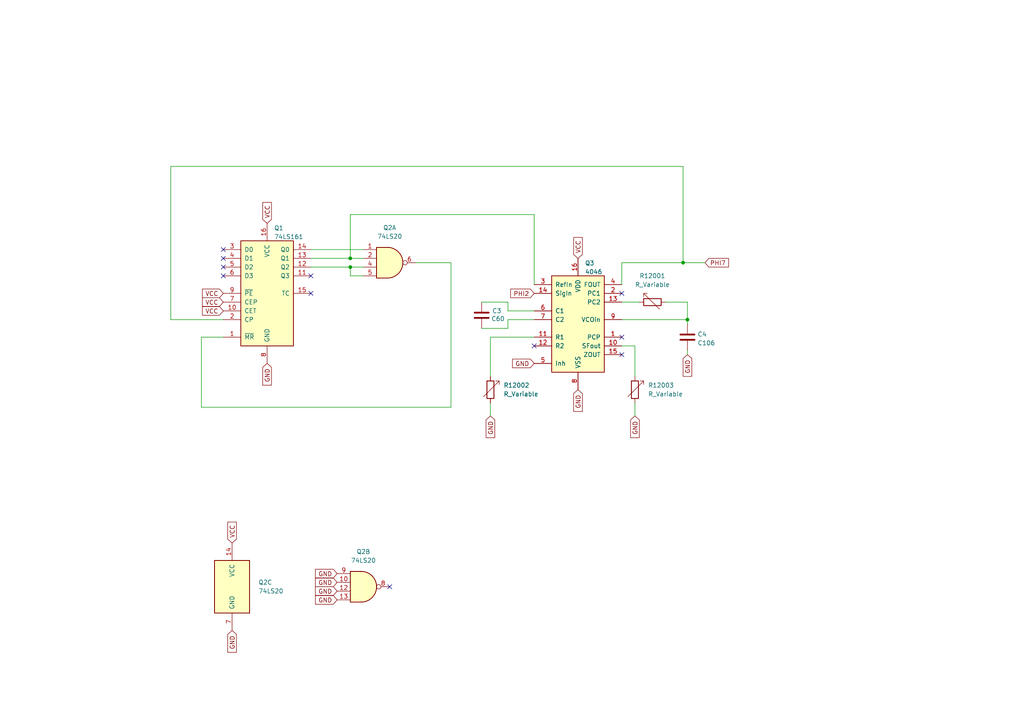
<source format=kicad_sch>
(kicad_sch
	(version 20231120)
	(generator "eeschema")
	(generator_version "8.0")
	(uuid "94520e03-f8b5-47bc-a09d-5fc220ffb967")
	(paper "A4")
	(lib_symbols
		(symbol "4xxx:4046"
			(pin_names
				(offset 1.016)
			)
			(exclude_from_sim no)
			(in_bom yes)
			(on_board yes)
			(property "Reference" "Q3"
				(at 2.0194 16.3998 0)
				(effects
					(font
						(size 1.27 1.27)
					)
					(justify left)
				)
			)
			(property "Value" "4046"
				(at 2.0194 13.8629 0)
				(effects
					(font
						(size 1.27 1.27)
					)
					(justify left)
				)
			)
			(property "Footprint" ""
				(at 0 0 0)
				(effects
					(font
						(size 1.27 1.27)
					)
					(hide yes)
				)
			)
			(property "Datasheet" "https://assets.nexperia.com/documents/data-sheet/HEF4046B.pdf"
				(at 0 0 0)
				(effects
					(font
						(size 1.27 1.27)
					)
					(hide yes)
				)
			)
			(property "Description" ""
				(at 0 0 0)
				(effects
					(font
						(size 1.27 1.27)
					)
					(hide yes)
				)
			)
			(property "ki_locked" ""
				(at 0 0 0)
				(effects
					(font
						(size 1.27 1.27)
					)
				)
			)
			(property "ki_keywords" "CMOS PLL"
				(at 0 0 0)
				(effects
					(font
						(size 1.27 1.27)
					)
					(hide yes)
				)
			)
			(property "ki_fp_filters" "DIP?16*"
				(at 0 0 0)
				(effects
					(font
						(size 1.27 1.27)
					)
					(hide yes)
				)
			)
			(symbol "4046_1_0"
				(pin output line
					(at 12.7 -5.08 180)
					(length 5.08)
					(name "PCP"
						(effects
							(font
								(size 1.27 1.27)
							)
						)
					)
					(number "1"
						(effects
							(font
								(size 1.27 1.27)
							)
						)
					)
				)
				(pin output line
					(at 12.7 -7.62 180)
					(length 5.08)
					(name "SFout"
						(effects
							(font
								(size 1.27 1.27)
							)
						)
					)
					(number "10"
						(effects
							(font
								(size 1.27 1.27)
							)
						)
					)
				)
				(pin input line
					(at -12.7 -5.08 0)
					(length 5.08)
					(name "R1"
						(effects
							(font
								(size 1.27 1.27)
							)
						)
					)
					(number "11"
						(effects
							(font
								(size 1.27 1.27)
							)
						)
					)
				)
				(pin input line
					(at -12.7 -7.62 0)
					(length 5.08)
					(name "R2"
						(effects
							(font
								(size 1.27 1.27)
							)
						)
					)
					(number "12"
						(effects
							(font
								(size 1.27 1.27)
							)
						)
					)
				)
				(pin tri_state line
					(at 12.7 5.08 180)
					(length 5.08)
					(name "PC2"
						(effects
							(font
								(size 1.27 1.27)
							)
						)
					)
					(number "13"
						(effects
							(font
								(size 1.27 1.27)
							)
						)
					)
				)
				(pin input line
					(at -12.7 7.62 0)
					(length 5.08)
					(name "SigIn"
						(effects
							(font
								(size 1.27 1.27)
							)
						)
					)
					(number "14"
						(effects
							(font
								(size 1.27 1.27)
							)
						)
					)
				)
				(pin output line
					(at 12.7 -10.16 180)
					(length 5.08)
					(name "ZOUT"
						(effects
							(font
								(size 1.27 1.27)
							)
						)
					)
					(number "15"
						(effects
							(font
								(size 1.27 1.27)
							)
						)
					)
				)
				(pin power_in line
					(at 0 17.78 270)
					(length 5.08)
					(name "VDD"
						(effects
							(font
								(size 1.27 1.27)
							)
						)
					)
					(number "16"
						(effects
							(font
								(size 1.27 1.27)
							)
						)
					)
				)
				(pin output line
					(at 12.7 7.62 180)
					(length 5.08)
					(name "PC1"
						(effects
							(font
								(size 1.27 1.27)
							)
						)
					)
					(number "2"
						(effects
							(font
								(size 1.27 1.27)
							)
						)
					)
				)
				(pin input line
					(at -12.7 10.16 0)
					(length 5.08)
					(name "RefIn"
						(effects
							(font
								(size 1.27 1.27)
							)
						)
					)
					(number "3"
						(effects
							(font
								(size 1.27 1.27)
							)
						)
					)
				)
				(pin output line
					(at 12.7 10.16 180)
					(length 5.08)
					(name "FOUT"
						(effects
							(font
								(size 1.27 1.27)
							)
						)
					)
					(number "4"
						(effects
							(font
								(size 1.27 1.27)
							)
						)
					)
				)
				(pin input line
					(at -12.7 -12.7 0)
					(length 5.08)
					(name "Inh"
						(effects
							(font
								(size 1.27 1.27)
							)
						)
					)
					(number "5"
						(effects
							(font
								(size 1.27 1.27)
							)
						)
					)
				)
				(pin input line
					(at -12.7 2.54 0)
					(length 5.08)
					(name "C1"
						(effects
							(font
								(size 1.27 1.27)
							)
						)
					)
					(number "6"
						(effects
							(font
								(size 1.27 1.27)
							)
						)
					)
				)
				(pin input line
					(at -12.7 0 0)
					(length 5.08)
					(name "C2"
						(effects
							(font
								(size 1.27 1.27)
							)
						)
					)
					(number "7"
						(effects
							(font
								(size 1.27 1.27)
							)
						)
					)
				)
				(pin power_in line
					(at 0 -20.32 90)
					(length 5.08)
					(name "VSS"
						(effects
							(font
								(size 1.27 1.27)
							)
						)
					)
					(number "8"
						(effects
							(font
								(size 1.27 1.27)
							)
						)
					)
				)
				(pin input line
					(at 12.7 0 180)
					(length 5.08)
					(name "VCOin"
						(effects
							(font
								(size 1.27 1.27)
							)
						)
					)
					(number "9"
						(effects
							(font
								(size 1.27 1.27)
							)
						)
					)
				)
			)
			(symbol "4046_1_1"
				(rectangle
					(start -7.62 12.7)
					(end 7.62 -15.24)
					(stroke
						(width 0.254)
						(type default)
					)
					(fill
						(type background)
					)
				)
			)
		)
		(symbol "74xx:74LS161"
			(pin_names
				(offset 1.016)
			)
			(exclude_from_sim no)
			(in_bom yes)
			(on_board yes)
			(property "Reference" "U"
				(at -7.62 16.51 0)
				(effects
					(font
						(size 1.27 1.27)
					)
				)
			)
			(property "Value" "74LS161"
				(at -7.62 -16.51 0)
				(effects
					(font
						(size 1.27 1.27)
					)
				)
			)
			(property "Footprint" ""
				(at 0 0 0)
				(effects
					(font
						(size 1.27 1.27)
					)
					(hide yes)
				)
			)
			(property "Datasheet" "http://www.ti.com/lit/gpn/sn74LS161"
				(at 0 0 0)
				(effects
					(font
						(size 1.27 1.27)
					)
					(hide yes)
				)
			)
			(property "Description" "Synchronous 4-bit programmable binary Counter"
				(at 0 0 0)
				(effects
					(font
						(size 1.27 1.27)
					)
					(hide yes)
				)
			)
			(property "ki_locked" ""
				(at 0 0 0)
				(effects
					(font
						(size 1.27 1.27)
					)
				)
			)
			(property "ki_keywords" "TTL CNT CNT4"
				(at 0 0 0)
				(effects
					(font
						(size 1.27 1.27)
					)
					(hide yes)
				)
			)
			(property "ki_fp_filters" "DIP?16*"
				(at 0 0 0)
				(effects
					(font
						(size 1.27 1.27)
					)
					(hide yes)
				)
			)
			(symbol "74LS161_1_0"
				(pin input line
					(at -12.7 -12.7 0)
					(length 5.08)
					(name "~{MR}"
						(effects
							(font
								(size 1.27 1.27)
							)
						)
					)
					(number "1"
						(effects
							(font
								(size 1.27 1.27)
							)
						)
					)
				)
				(pin input line
					(at -12.7 -5.08 0)
					(length 5.08)
					(name "CET"
						(effects
							(font
								(size 1.27 1.27)
							)
						)
					)
					(number "10"
						(effects
							(font
								(size 1.27 1.27)
							)
						)
					)
				)
				(pin output line
					(at 12.7 5.08 180)
					(length 5.08)
					(name "Q3"
						(effects
							(font
								(size 1.27 1.27)
							)
						)
					)
					(number "11"
						(effects
							(font
								(size 1.27 1.27)
							)
						)
					)
				)
				(pin output line
					(at 12.7 7.62 180)
					(length 5.08)
					(name "Q2"
						(effects
							(font
								(size 1.27 1.27)
							)
						)
					)
					(number "12"
						(effects
							(font
								(size 1.27 1.27)
							)
						)
					)
				)
				(pin output line
					(at 12.7 10.16 180)
					(length 5.08)
					(name "Q1"
						(effects
							(font
								(size 1.27 1.27)
							)
						)
					)
					(number "13"
						(effects
							(font
								(size 1.27 1.27)
							)
						)
					)
				)
				(pin output line
					(at 12.7 12.7 180)
					(length 5.08)
					(name "Q0"
						(effects
							(font
								(size 1.27 1.27)
							)
						)
					)
					(number "14"
						(effects
							(font
								(size 1.27 1.27)
							)
						)
					)
				)
				(pin output line
					(at 12.7 0 180)
					(length 5.08)
					(name "TC"
						(effects
							(font
								(size 1.27 1.27)
							)
						)
					)
					(number "15"
						(effects
							(font
								(size 1.27 1.27)
							)
						)
					)
				)
				(pin power_in line
					(at 0 20.32 270)
					(length 5.08)
					(name "VCC"
						(effects
							(font
								(size 1.27 1.27)
							)
						)
					)
					(number "16"
						(effects
							(font
								(size 1.27 1.27)
							)
						)
					)
				)
				(pin input line
					(at -12.7 -7.62 0)
					(length 5.08)
					(name "CP"
						(effects
							(font
								(size 1.27 1.27)
							)
						)
					)
					(number "2"
						(effects
							(font
								(size 1.27 1.27)
							)
						)
					)
				)
				(pin input line
					(at -12.7 12.7 0)
					(length 5.08)
					(name "D0"
						(effects
							(font
								(size 1.27 1.27)
							)
						)
					)
					(number "3"
						(effects
							(font
								(size 1.27 1.27)
							)
						)
					)
				)
				(pin input line
					(at -12.7 10.16 0)
					(length 5.08)
					(name "D1"
						(effects
							(font
								(size 1.27 1.27)
							)
						)
					)
					(number "4"
						(effects
							(font
								(size 1.27 1.27)
							)
						)
					)
				)
				(pin input line
					(at -12.7 7.62 0)
					(length 5.08)
					(name "D2"
						(effects
							(font
								(size 1.27 1.27)
							)
						)
					)
					(number "5"
						(effects
							(font
								(size 1.27 1.27)
							)
						)
					)
				)
				(pin input line
					(at -12.7 5.08 0)
					(length 5.08)
					(name "D3"
						(effects
							(font
								(size 1.27 1.27)
							)
						)
					)
					(number "6"
						(effects
							(font
								(size 1.27 1.27)
							)
						)
					)
				)
				(pin input line
					(at -12.7 -2.54 0)
					(length 5.08)
					(name "CEP"
						(effects
							(font
								(size 1.27 1.27)
							)
						)
					)
					(number "7"
						(effects
							(font
								(size 1.27 1.27)
							)
						)
					)
				)
				(pin power_in line
					(at 0 -20.32 90)
					(length 5.08)
					(name "GND"
						(effects
							(font
								(size 1.27 1.27)
							)
						)
					)
					(number "8"
						(effects
							(font
								(size 1.27 1.27)
							)
						)
					)
				)
				(pin input line
					(at -12.7 0 0)
					(length 5.08)
					(name "~{PE}"
						(effects
							(font
								(size 1.27 1.27)
							)
						)
					)
					(number "9"
						(effects
							(font
								(size 1.27 1.27)
							)
						)
					)
				)
			)
			(symbol "74LS161_1_1"
				(rectangle
					(start -7.62 15.24)
					(end 7.62 -15.24)
					(stroke
						(width 0.254)
						(type default)
					)
					(fill
						(type background)
					)
				)
			)
		)
		(symbol "74xx:74LS20"
			(pin_names
				(offset 1.016)
			)
			(exclude_from_sim no)
			(in_bom yes)
			(on_board yes)
			(property "Reference" "U"
				(at 0 1.27 0)
				(effects
					(font
						(size 1.27 1.27)
					)
				)
			)
			(property "Value" "74LS20"
				(at 0 -1.27 0)
				(effects
					(font
						(size 1.27 1.27)
					)
				)
			)
			(property "Footprint" ""
				(at 0 0 0)
				(effects
					(font
						(size 1.27 1.27)
					)
					(hide yes)
				)
			)
			(property "Datasheet" "http://www.ti.com/lit/gpn/sn74LS20"
				(at 0 0 0)
				(effects
					(font
						(size 1.27 1.27)
					)
					(hide yes)
				)
			)
			(property "Description" "Dual 4-input NAND"
				(at 0 0 0)
				(effects
					(font
						(size 1.27 1.27)
					)
					(hide yes)
				)
			)
			(property "ki_locked" ""
				(at 0 0 0)
				(effects
					(font
						(size 1.27 1.27)
					)
				)
			)
			(property "ki_keywords" "TTL Nand4"
				(at 0 0 0)
				(effects
					(font
						(size 1.27 1.27)
					)
					(hide yes)
				)
			)
			(property "ki_fp_filters" "DIP?12*"
				(at 0 0 0)
				(effects
					(font
						(size 1.27 1.27)
					)
					(hide yes)
				)
			)
			(symbol "74LS20_1_1"
				(arc
					(start -0.635 -4.445)
					(mid 3.7907 0)
					(end -0.635 4.445)
					(stroke
						(width 0.254)
						(type default)
					)
					(fill
						(type background)
					)
				)
				(polyline
					(pts
						(xy -0.635 4.445) (xy -3.81 4.445) (xy -3.81 -4.445) (xy -0.635 -4.445)
					)
					(stroke
						(width 0.254)
						(type default)
					)
					(fill
						(type background)
					)
				)
				(pin input line
					(at -7.62 3.81 0)
					(length 3.81)
					(name "~"
						(effects
							(font
								(size 1.27 1.27)
							)
						)
					)
					(number "1"
						(effects
							(font
								(size 1.27 1.27)
							)
						)
					)
				)
				(pin input line
					(at -7.62 1.27 0)
					(length 3.81)
					(name "~"
						(effects
							(font
								(size 1.27 1.27)
							)
						)
					)
					(number "2"
						(effects
							(font
								(size 1.27 1.27)
							)
						)
					)
				)
				(pin input line
					(at -7.62 -1.27 0)
					(length 3.81)
					(name "~"
						(effects
							(font
								(size 1.27 1.27)
							)
						)
					)
					(number "4"
						(effects
							(font
								(size 1.27 1.27)
							)
						)
					)
				)
				(pin input line
					(at -7.62 -3.81 0)
					(length 3.81)
					(name "~"
						(effects
							(font
								(size 1.27 1.27)
							)
						)
					)
					(number "5"
						(effects
							(font
								(size 1.27 1.27)
							)
						)
					)
				)
				(pin output inverted
					(at 7.62 0 180)
					(length 3.81)
					(name "~"
						(effects
							(font
								(size 1.27 1.27)
							)
						)
					)
					(number "6"
						(effects
							(font
								(size 1.27 1.27)
							)
						)
					)
				)
			)
			(symbol "74LS20_1_2"
				(arc
					(start -3.81 -4.445)
					(mid -2.5908 0)
					(end -3.81 4.445)
					(stroke
						(width 0.254)
						(type default)
					)
					(fill
						(type none)
					)
				)
				(arc
					(start -0.6096 -4.445)
					(mid 2.2246 -2.8422)
					(end 3.81 0)
					(stroke
						(width 0.254)
						(type default)
					)
					(fill
						(type background)
					)
				)
				(polyline
					(pts
						(xy -3.81 -4.445) (xy -0.635 -4.445)
					)
					(stroke
						(width 0.254)
						(type default)
					)
					(fill
						(type background)
					)
				)
				(polyline
					(pts
						(xy -3.81 4.445) (xy -0.635 4.445)
					)
					(stroke
						(width 0.254)
						(type default)
					)
					(fill
						(type background)
					)
				)
				(polyline
					(pts
						(xy -0.635 4.445) (xy -3.81 4.445) (xy -3.81 4.445) (xy -3.6322 4.0894) (xy -3.0988 2.921) (xy -2.7686 1.6764)
						(xy -2.6162 0.4318) (xy -2.6416 -0.8636) (xy -2.8702 -2.1082) (xy -3.2512 -3.3274) (xy -3.81 -4.445)
						(xy -3.81 -4.445) (xy -0.635 -4.445)
					)
					(stroke
						(width -25.4)
						(type default)
					)
					(fill
						(type background)
					)
				)
				(arc
					(start 3.81 0)
					(mid 2.2204 2.8379)
					(end -0.6096 4.445)
					(stroke
						(width 0.254)
						(type default)
					)
					(fill
						(type background)
					)
				)
				(pin input inverted
					(at -7.62 3.81 0)
					(length 3.81)
					(name "~"
						(effects
							(font
								(size 1.27 1.27)
							)
						)
					)
					(number "1"
						(effects
							(font
								(size 1.27 1.27)
							)
						)
					)
				)
				(pin input inverted
					(at -7.62 1.27 0)
					(length 4.826)
					(name "~"
						(effects
							(font
								(size 1.27 1.27)
							)
						)
					)
					(number "2"
						(effects
							(font
								(size 1.27 1.27)
							)
						)
					)
				)
				(pin input inverted
					(at -7.62 -1.27 0)
					(length 4.826)
					(name "~"
						(effects
							(font
								(size 1.27 1.27)
							)
						)
					)
					(number "4"
						(effects
							(font
								(size 1.27 1.27)
							)
						)
					)
				)
				(pin input inverted
					(at -7.62 -3.81 0)
					(length 3.81)
					(name "~"
						(effects
							(font
								(size 1.27 1.27)
							)
						)
					)
					(number "5"
						(effects
							(font
								(size 1.27 1.27)
							)
						)
					)
				)
				(pin output line
					(at 7.62 0 180)
					(length 3.81)
					(name "~"
						(effects
							(font
								(size 1.27 1.27)
							)
						)
					)
					(number "6"
						(effects
							(font
								(size 1.27 1.27)
							)
						)
					)
				)
			)
			(symbol "74LS20_2_1"
				(arc
					(start -0.635 -4.445)
					(mid 3.7907 0)
					(end -0.635 4.445)
					(stroke
						(width 0.254)
						(type default)
					)
					(fill
						(type background)
					)
				)
				(polyline
					(pts
						(xy -0.635 4.445) (xy -3.81 4.445) (xy -3.81 -4.445) (xy -0.635 -4.445)
					)
					(stroke
						(width 0.254)
						(type default)
					)
					(fill
						(type background)
					)
				)
				(pin input line
					(at -7.62 1.27 0)
					(length 3.81)
					(name "~"
						(effects
							(font
								(size 1.27 1.27)
							)
						)
					)
					(number "10"
						(effects
							(font
								(size 1.27 1.27)
							)
						)
					)
				)
				(pin input line
					(at -7.62 -1.27 0)
					(length 3.81)
					(name "~"
						(effects
							(font
								(size 1.27 1.27)
							)
						)
					)
					(number "12"
						(effects
							(font
								(size 1.27 1.27)
							)
						)
					)
				)
				(pin input line
					(at -7.62 -3.81 0)
					(length 3.81)
					(name "~"
						(effects
							(font
								(size 1.27 1.27)
							)
						)
					)
					(number "13"
						(effects
							(font
								(size 1.27 1.27)
							)
						)
					)
				)
				(pin output inverted
					(at 7.62 0 180)
					(length 3.81)
					(name "~"
						(effects
							(font
								(size 1.27 1.27)
							)
						)
					)
					(number "8"
						(effects
							(font
								(size 1.27 1.27)
							)
						)
					)
				)
				(pin input line
					(at -7.62 3.81 0)
					(length 3.81)
					(name "~"
						(effects
							(font
								(size 1.27 1.27)
							)
						)
					)
					(number "9"
						(effects
							(font
								(size 1.27 1.27)
							)
						)
					)
				)
			)
			(symbol "74LS20_2_2"
				(arc
					(start -3.81 -4.445)
					(mid -2.5908 0)
					(end -3.81 4.445)
					(stroke
						(width 0.254)
						(type default)
					)
					(fill
						(type none)
					)
				)
				(arc
					(start -0.6096 -4.445)
					(mid 2.2246 -2.8422)
					(end 3.81 0)
					(stroke
						(width 0.254)
						(type default)
					)
					(fill
						(type background)
					)
				)
				(polyline
					(pts
						(xy -3.81 -4.445) (xy -0.635 -4.445)
					)
					(stroke
						(width 0.254)
						(type default)
					)
					(fill
						(type background)
					)
				)
				(polyline
					(pts
						(xy -3.81 4.445) (xy -0.635 4.445)
					)
					(stroke
						(width 0.254)
						(type default)
					)
					(fill
						(type background)
					)
				)
				(polyline
					(pts
						(xy -0.635 4.445) (xy -3.81 4.445) (xy -3.81 4.445) (xy -3.6322 4.0894) (xy -3.0988 2.921) (xy -2.7686 1.6764)
						(xy -2.6162 0.4318) (xy -2.6416 -0.8636) (xy -2.8702 -2.1082) (xy -3.2512 -3.3274) (xy -3.81 -4.445)
						(xy -3.81 -4.445) (xy -0.635 -4.445)
					)
					(stroke
						(width -25.4)
						(type default)
					)
					(fill
						(type background)
					)
				)
				(arc
					(start 3.81 0)
					(mid 2.2204 2.8379)
					(end -0.6096 4.445)
					(stroke
						(width 0.254)
						(type default)
					)
					(fill
						(type background)
					)
				)
				(pin input inverted
					(at -7.62 1.27 0)
					(length 4.826)
					(name "~"
						(effects
							(font
								(size 1.27 1.27)
							)
						)
					)
					(number "10"
						(effects
							(font
								(size 1.27 1.27)
							)
						)
					)
				)
				(pin input inverted
					(at -7.62 -1.27 0)
					(length 4.826)
					(name "~"
						(effects
							(font
								(size 1.27 1.27)
							)
						)
					)
					(number "12"
						(effects
							(font
								(size 1.27 1.27)
							)
						)
					)
				)
				(pin input inverted
					(at -7.62 -3.81 0)
					(length 3.81)
					(name "~"
						(effects
							(font
								(size 1.27 1.27)
							)
						)
					)
					(number "13"
						(effects
							(font
								(size 1.27 1.27)
							)
						)
					)
				)
				(pin output line
					(at 7.62 0 180)
					(length 3.81)
					(name "~"
						(effects
							(font
								(size 1.27 1.27)
							)
						)
					)
					(number "8"
						(effects
							(font
								(size 1.27 1.27)
							)
						)
					)
				)
				(pin input inverted
					(at -7.62 3.81 0)
					(length 3.81)
					(name "~"
						(effects
							(font
								(size 1.27 1.27)
							)
						)
					)
					(number "9"
						(effects
							(font
								(size 1.27 1.27)
							)
						)
					)
				)
			)
			(symbol "74LS20_3_0"
				(pin power_in line
					(at 0 12.7 270)
					(length 5.08)
					(name "VCC"
						(effects
							(font
								(size 1.27 1.27)
							)
						)
					)
					(number "14"
						(effects
							(font
								(size 1.27 1.27)
							)
						)
					)
				)
				(pin power_in line
					(at 0 -12.7 90)
					(length 5.08)
					(name "GND"
						(effects
							(font
								(size 1.27 1.27)
							)
						)
					)
					(number "7"
						(effects
							(font
								(size 1.27 1.27)
							)
						)
					)
				)
			)
			(symbol "74LS20_3_1"
				(rectangle
					(start -5.08 7.62)
					(end 5.08 -7.62)
					(stroke
						(width 0.254)
						(type default)
					)
					(fill
						(type background)
					)
				)
			)
		)
		(symbol "Device:C"
			(pin_numbers hide)
			(pin_names
				(offset 0.254)
			)
			(exclude_from_sim no)
			(in_bom yes)
			(on_board yes)
			(property "Reference" "C"
				(at 0.635 2.54 0)
				(effects
					(font
						(size 1.27 1.27)
					)
					(justify left)
				)
			)
			(property "Value" "C"
				(at 0.635 -2.54 0)
				(effects
					(font
						(size 1.27 1.27)
					)
					(justify left)
				)
			)
			(property "Footprint" ""
				(at 0.9652 -3.81 0)
				(effects
					(font
						(size 1.27 1.27)
					)
					(hide yes)
				)
			)
			(property "Datasheet" "~"
				(at 0 0 0)
				(effects
					(font
						(size 1.27 1.27)
					)
					(hide yes)
				)
			)
			(property "Description" "Unpolarized capacitor"
				(at 0 0 0)
				(effects
					(font
						(size 1.27 1.27)
					)
					(hide yes)
				)
			)
			(property "ki_keywords" "cap capacitor"
				(at 0 0 0)
				(effects
					(font
						(size 1.27 1.27)
					)
					(hide yes)
				)
			)
			(property "ki_fp_filters" "C_*"
				(at 0 0 0)
				(effects
					(font
						(size 1.27 1.27)
					)
					(hide yes)
				)
			)
			(symbol "C_0_1"
				(polyline
					(pts
						(xy -2.032 -0.762) (xy 2.032 -0.762)
					)
					(stroke
						(width 0.508)
						(type default)
					)
					(fill
						(type none)
					)
				)
				(polyline
					(pts
						(xy -2.032 0.762) (xy 2.032 0.762)
					)
					(stroke
						(width 0.508)
						(type default)
					)
					(fill
						(type none)
					)
				)
			)
			(symbol "C_1_1"
				(pin passive line
					(at 0 3.81 270)
					(length 2.794)
					(name "~"
						(effects
							(font
								(size 1.27 1.27)
							)
						)
					)
					(number "1"
						(effects
							(font
								(size 1.27 1.27)
							)
						)
					)
				)
				(pin passive line
					(at 0 -3.81 90)
					(length 2.794)
					(name "~"
						(effects
							(font
								(size 1.27 1.27)
							)
						)
					)
					(number "2"
						(effects
							(font
								(size 1.27 1.27)
							)
						)
					)
				)
			)
		)
		(symbol "Device:R_Variable"
			(pin_numbers hide)
			(pin_names
				(offset 0)
			)
			(exclude_from_sim no)
			(in_bom yes)
			(on_board yes)
			(property "Reference" "R"
				(at 2.54 -2.54 90)
				(effects
					(font
						(size 1.27 1.27)
					)
					(justify left)
				)
			)
			(property "Value" "R_Variable"
				(at -2.54 -1.27 90)
				(effects
					(font
						(size 1.27 1.27)
					)
					(justify left)
				)
			)
			(property "Footprint" ""
				(at -1.778 0 90)
				(effects
					(font
						(size 1.27 1.27)
					)
					(hide yes)
				)
			)
			(property "Datasheet" "~"
				(at 0 0 0)
				(effects
					(font
						(size 1.27 1.27)
					)
					(hide yes)
				)
			)
			(property "Description" "Variable resistor"
				(at 0 0 0)
				(effects
					(font
						(size 1.27 1.27)
					)
					(hide yes)
				)
			)
			(property "ki_keywords" "R res resistor variable potentiometer rheostat"
				(at 0 0 0)
				(effects
					(font
						(size 1.27 1.27)
					)
					(hide yes)
				)
			)
			(property "ki_fp_filters" "R_*"
				(at 0 0 0)
				(effects
					(font
						(size 1.27 1.27)
					)
					(hide yes)
				)
			)
			(symbol "R_Variable_0_1"
				(rectangle
					(start -1.016 -2.54)
					(end 1.016 2.54)
					(stroke
						(width 0.254)
						(type default)
					)
					(fill
						(type none)
					)
				)
				(polyline
					(pts
						(xy 2.54 1.524) (xy 2.54 2.54) (xy 1.524 2.54) (xy 2.54 2.54) (xy -2.032 -2.032)
					)
					(stroke
						(width 0)
						(type default)
					)
					(fill
						(type none)
					)
				)
			)
			(symbol "R_Variable_1_1"
				(pin passive line
					(at 0 3.81 270)
					(length 1.27)
					(name "~"
						(effects
							(font
								(size 1.27 1.27)
							)
						)
					)
					(number "1"
						(effects
							(font
								(size 1.27 1.27)
							)
						)
					)
				)
				(pin passive line
					(at 0 -3.81 90)
					(length 1.27)
					(name "~"
						(effects
							(font
								(size 1.27 1.27)
							)
						)
					)
					(number "2"
						(effects
							(font
								(size 1.27 1.27)
							)
						)
					)
				)
			)
		)
	)
	(junction
		(at 199.39 92.71)
		(diameter 0)
		(color 0 0 0 0)
		(uuid "06271ef1-b8fa-4fc9-aea9-0003a0700ed7")
	)
	(junction
		(at 101.6 74.93)
		(diameter 0)
		(color 0 0 0 0)
		(uuid "16501c36-d882-4cc8-b90f-9a046121226a")
	)
	(junction
		(at 101.6 77.47)
		(diameter 0)
		(color 0 0 0 0)
		(uuid "af6c75c0-585f-4145-ab57-9865e79a2d9b")
	)
	(junction
		(at 198.12 76.2)
		(diameter 0)
		(color 0 0 0 0)
		(uuid "b87a572b-af55-40cc-bcfb-5b4a78c3596b")
	)
	(no_connect
		(at 64.77 72.39)
		(uuid "1b60ebce-5efa-4f66-8190-966d5d520b91")
	)
	(no_connect
		(at 64.77 74.93)
		(uuid "1b60ebce-5efa-4f66-8190-966d5d520b92")
	)
	(no_connect
		(at 64.77 77.47)
		(uuid "1b60ebce-5efa-4f66-8190-966d5d520b93")
	)
	(no_connect
		(at 64.77 80.01)
		(uuid "1b60ebce-5efa-4f66-8190-966d5d520b94")
	)
	(no_connect
		(at 90.17 80.01)
		(uuid "1b60ebce-5efa-4f66-8190-966d5d520b95")
	)
	(no_connect
		(at 90.17 85.09)
		(uuid "1b60ebce-5efa-4f66-8190-966d5d520b96")
	)
	(no_connect
		(at 180.34 102.87)
		(uuid "50df0690-5e70-4090-af89-42e5949f05fd")
	)
	(no_connect
		(at 113.03 170.18)
		(uuid "651873f1-bdb3-4219-883c-db0fb0818fde")
	)
	(no_connect
		(at 154.94 100.33)
		(uuid "a3dbe155-d5f9-4a1d-8c62-908403b4c357")
	)
	(no_connect
		(at 180.34 97.79)
		(uuid "a3dbe155-d5f9-4a1d-8c62-908403b4c358")
	)
	(no_connect
		(at 180.34 85.09)
		(uuid "a3dbe155-d5f9-4a1d-8c62-908403b4c359")
	)
	(wire
		(pts
			(xy 154.94 90.17) (xy 147.32 90.17)
		)
		(stroke
			(width 0)
			(type default)
		)
		(uuid "03de0cbc-6b68-4971-8da7-f2699c140a50")
	)
	(wire
		(pts
			(xy 101.6 62.23) (xy 101.6 74.93)
		)
		(stroke
			(width 0)
			(type default)
		)
		(uuid "05b495ba-7b96-4f01-ae21-b415b73377d1")
	)
	(wire
		(pts
			(xy 180.34 100.33) (xy 184.15 100.33)
		)
		(stroke
			(width 0)
			(type default)
		)
		(uuid "06d44031-17f2-41ba-b426-6dc7061b91f8")
	)
	(wire
		(pts
			(xy 101.6 74.93) (xy 105.41 74.93)
		)
		(stroke
			(width 0)
			(type default)
		)
		(uuid "0c76b4e8-479a-43fe-88fc-daa0094537fe")
	)
	(wire
		(pts
			(xy 147.32 92.71) (xy 147.32 95.25)
		)
		(stroke
			(width 0)
			(type default)
		)
		(uuid "0c9bb93f-8d77-42c2-b9ca-c9374ac846a7")
	)
	(wire
		(pts
			(xy 101.6 80.01) (xy 101.6 77.47)
		)
		(stroke
			(width 0)
			(type default)
		)
		(uuid "133223bb-4cb7-4b89-94fd-aa9a6f3a78c6")
	)
	(wire
		(pts
			(xy 101.6 77.47) (xy 105.41 77.47)
		)
		(stroke
			(width 0)
			(type default)
		)
		(uuid "133a170d-14b7-48b2-94dd-2f578124e5ca")
	)
	(wire
		(pts
			(xy 142.24 97.79) (xy 142.24 109.22)
		)
		(stroke
			(width 0)
			(type default)
		)
		(uuid "1b755b71-5587-481a-a7e9-91a4c056b765")
	)
	(wire
		(pts
			(xy 180.34 92.71) (xy 199.39 92.71)
		)
		(stroke
			(width 0)
			(type default)
		)
		(uuid "3b6eb1a7-5a98-42c8-973d-f539ad27e9ed")
	)
	(wire
		(pts
			(xy 139.7 95.25) (xy 147.32 95.25)
		)
		(stroke
			(width 0)
			(type default)
		)
		(uuid "40b0552c-3826-4c8f-b864-23c4fc3f1424")
	)
	(wire
		(pts
			(xy 130.81 118.11) (xy 58.42 118.11)
		)
		(stroke
			(width 0)
			(type default)
		)
		(uuid "419a45ae-13a2-4e34-bf80-5f4c2818528d")
	)
	(wire
		(pts
			(xy 154.94 92.71) (xy 147.32 92.71)
		)
		(stroke
			(width 0)
			(type default)
		)
		(uuid "42f00e8b-3027-4343-bbd9-81c8235fa7ce")
	)
	(wire
		(pts
			(xy 180.34 87.63) (xy 185.42 87.63)
		)
		(stroke
			(width 0)
			(type default)
		)
		(uuid "443144a7-b885-4a25-9e96-414ab1db8d15")
	)
	(wire
		(pts
			(xy 180.34 76.2) (xy 198.12 76.2)
		)
		(stroke
			(width 0)
			(type default)
		)
		(uuid "5a9501fb-bb79-4bc4-bd1e-3b961ff47984")
	)
	(wire
		(pts
			(xy 184.15 100.33) (xy 184.15 109.22)
		)
		(stroke
			(width 0)
			(type default)
		)
		(uuid "66eadf42-a54c-4e8d-943f-679b8f8710f3")
	)
	(wire
		(pts
			(xy 49.53 92.71) (xy 64.77 92.71)
		)
		(stroke
			(width 0)
			(type default)
		)
		(uuid "6e39950c-e9ba-47db-b2d6-e042fdf0bf3d")
	)
	(wire
		(pts
			(xy 120.65 76.2) (xy 130.81 76.2)
		)
		(stroke
			(width 0)
			(type default)
		)
		(uuid "771e8507-a863-494a-9998-843d5fc2e929")
	)
	(wire
		(pts
			(xy 184.15 120.65) (xy 184.15 116.84)
		)
		(stroke
			(width 0)
			(type default)
		)
		(uuid "7fb38ff4-d899-4b32-a28b-505930e0b920")
	)
	(wire
		(pts
			(xy 130.81 76.2) (xy 130.81 118.11)
		)
		(stroke
			(width 0)
			(type default)
		)
		(uuid "80086138-2b47-4638-ae83-619d0d431a41")
	)
	(wire
		(pts
			(xy 147.32 90.17) (xy 147.32 87.63)
		)
		(stroke
			(width 0)
			(type default)
		)
		(uuid "84d0385a-b73e-418e-8571-bc157ba0d384")
	)
	(wire
		(pts
			(xy 180.34 76.2) (xy 180.34 82.55)
		)
		(stroke
			(width 0)
			(type default)
		)
		(uuid "9d5d430c-d31c-45f9-a246-3a80b6f73ccb")
	)
	(wire
		(pts
			(xy 154.94 62.23) (xy 101.6 62.23)
		)
		(stroke
			(width 0)
			(type default)
		)
		(uuid "9d89c5a4-4fd3-4985-aaa3-0f3437391cac")
	)
	(wire
		(pts
			(xy 199.39 92.71) (xy 199.39 93.98)
		)
		(stroke
			(width 0)
			(type default)
		)
		(uuid "9dd5494a-4cdb-42f5-aa40-7b65841164e4")
	)
	(wire
		(pts
			(xy 199.39 102.87) (xy 199.39 101.6)
		)
		(stroke
			(width 0)
			(type default)
		)
		(uuid "a2c832c9-2cf7-4885-8d8e-b759c132cc79")
	)
	(wire
		(pts
			(xy 58.42 97.79) (xy 64.77 97.79)
		)
		(stroke
			(width 0)
			(type default)
		)
		(uuid "a4017bd4-4af9-4c11-b57c-71c6548e3789")
	)
	(wire
		(pts
			(xy 90.17 72.39) (xy 105.41 72.39)
		)
		(stroke
			(width 0)
			(type default)
		)
		(uuid "a6677930-0837-476e-a14a-7feb97c7344e")
	)
	(wire
		(pts
			(xy 58.42 118.11) (xy 58.42 97.79)
		)
		(stroke
			(width 0)
			(type default)
		)
		(uuid "a7c06de2-95f5-433a-95d2-a46f4c85073c")
	)
	(wire
		(pts
			(xy 90.17 77.47) (xy 101.6 77.47)
		)
		(stroke
			(width 0)
			(type default)
		)
		(uuid "ab76613c-9662-4a23-a2c9-0eb9c39bff9f")
	)
	(wire
		(pts
			(xy 193.04 87.63) (xy 199.39 87.63)
		)
		(stroke
			(width 0)
			(type default)
		)
		(uuid "af80ffe8-bc91-4bf2-95a7-fa5e88454ae3")
	)
	(wire
		(pts
			(xy 198.12 48.26) (xy 49.53 48.26)
		)
		(stroke
			(width 0)
			(type default)
		)
		(uuid "b2d271e3-4fd3-4cf0-bc05-6cb16b2378a6")
	)
	(wire
		(pts
			(xy 198.12 76.2) (xy 204.47 76.2)
		)
		(stroke
			(width 0)
			(type default)
		)
		(uuid "c09c5da9-0085-438e-b040-3cb9a8c711d9")
	)
	(wire
		(pts
			(xy 154.94 97.79) (xy 142.24 97.79)
		)
		(stroke
			(width 0)
			(type default)
		)
		(uuid "c58036bb-781e-4746-b7e3-437705979aec")
	)
	(wire
		(pts
			(xy 142.24 120.65) (xy 142.24 116.84)
		)
		(stroke
			(width 0)
			(type default)
		)
		(uuid "c620fa61-3519-427f-b3b0-e39552e4d004")
	)
	(wire
		(pts
			(xy 147.32 87.63) (xy 139.7 87.63)
		)
		(stroke
			(width 0)
			(type default)
		)
		(uuid "cd295d33-6e65-40cb-9ab8-c89af7232113")
	)
	(wire
		(pts
			(xy 49.53 48.26) (xy 49.53 92.71)
		)
		(stroke
			(width 0)
			(type default)
		)
		(uuid "d3c7e2f9-52b1-48f6-b1a0-aebedf1a7bbd")
	)
	(wire
		(pts
			(xy 199.39 87.63) (xy 199.39 92.71)
		)
		(stroke
			(width 0)
			(type default)
		)
		(uuid "da957907-7344-478f-ad16-690adf2fb130")
	)
	(wire
		(pts
			(xy 90.17 74.93) (xy 101.6 74.93)
		)
		(stroke
			(width 0)
			(type default)
		)
		(uuid "e37767fb-9465-43a6-8125-9273b5aff112")
	)
	(wire
		(pts
			(xy 154.94 82.55) (xy 154.94 62.23)
		)
		(stroke
			(width 0)
			(type default)
		)
		(uuid "fb4eb3eb-2e31-41fe-b70e-c234fab67c72")
	)
	(wire
		(pts
			(xy 105.41 80.01) (xy 101.6 80.01)
		)
		(stroke
			(width 0)
			(type default)
		)
		(uuid "fcc4cd54-b1db-474f-8fe7-4f76cbadbd8d")
	)
	(wire
		(pts
			(xy 198.12 76.2) (xy 198.12 48.26)
		)
		(stroke
			(width 0)
			(type default)
		)
		(uuid "fed3ebc6-89fb-46e3-8a8a-19293c74e232")
	)
	(global_label "GND"
		(shape input)
		(at 67.31 182.88 270)
		(fields_autoplaced yes)
		(effects
			(font
				(size 1.27 1.27)
			)
			(justify right)
		)
		(uuid "0615cbaf-af54-4b32-9527-8d56130b42ec")
		(property "Intersheetrefs" "${INTERSHEET_REFS}"
			(at 67.2306 189.1636 90)
			(effects
				(font
					(size 1.27 1.27)
				)
				(justify right)
				(hide yes)
			)
		)
	)
	(global_label "VCC"
		(shape input)
		(at 77.47 64.77 90)
		(fields_autoplaced yes)
		(effects
			(font
				(size 1.27 1.27)
			)
			(justify left)
		)
		(uuid "09c57277-fab3-41a2-b9a5-10666613beed")
		(property "Intersheetrefs" "${INTERSHEET_REFS}"
			(at 77.3906 58.7283 90)
			(effects
				(font
					(size 1.27 1.27)
				)
				(justify left)
				(hide yes)
			)
		)
	)
	(global_label "PHI7"
		(shape input)
		(at 204.47 76.2 0)
		(fields_autoplaced yes)
		(effects
			(font
				(size 1.27 1.27)
			)
			(justify left)
		)
		(uuid "160bdc95-9f3c-4ac0-8182-5a4a8fedc343")
		(property "Intersheetrefs" "${INTERSHEET_REFS}"
			(at 211.2979 76.1206 0)
			(effects
				(font
					(size 1.27 1.27)
				)
				(justify left)
				(hide yes)
			)
		)
	)
	(global_label "GND"
		(shape input)
		(at 97.79 168.91 180)
		(fields_autoplaced yes)
		(effects
			(font
				(size 1.27 1.27)
			)
			(justify right)
		)
		(uuid "1e9a2365-9fbb-49d8-ba70-5409cbac57a4")
		(property "Intersheetrefs" "${INTERSHEET_REFS}"
			(at 91.5064 168.8306 0)
			(effects
				(font
					(size 1.27 1.27)
				)
				(justify right)
				(hide yes)
			)
		)
	)
	(global_label "GND"
		(shape input)
		(at 154.94 105.41 180)
		(fields_autoplaced yes)
		(effects
			(font
				(size 1.27 1.27)
			)
			(justify right)
		)
		(uuid "2005c30e-9922-428b-a451-579273406d7c")
		(property "Intersheetrefs" "${INTERSHEET_REFS}"
			(at 148.6564 105.3306 0)
			(effects
				(font
					(size 1.27 1.27)
				)
				(justify right)
				(hide yes)
			)
		)
	)
	(global_label "PHI2"
		(shape input)
		(at 154.94 85.09 180)
		(fields_autoplaced yes)
		(effects
			(font
				(size 1.27 1.27)
			)
			(justify right)
		)
		(uuid "218ec4b4-5efc-4d70-a66d-d503e323cb12")
		(property "Intersheetrefs" "${INTERSHEET_REFS}"
			(at 148.1121 85.0106 0)
			(effects
				(font
					(size 1.27 1.27)
				)
				(justify right)
				(hide yes)
			)
		)
	)
	(global_label "GND"
		(shape input)
		(at 167.64 113.03 270)
		(fields_autoplaced yes)
		(effects
			(font
				(size 1.27 1.27)
			)
			(justify right)
		)
		(uuid "26a5550e-3c4e-4a25-a0c2-b56b795176fc")
		(property "Intersheetrefs" "${INTERSHEET_REFS}"
			(at 167.5606 119.3136 90)
			(effects
				(font
					(size 1.27 1.27)
				)
				(justify right)
				(hide yes)
			)
		)
	)
	(global_label "VCC"
		(shape input)
		(at 64.77 87.63 180)
		(fields_autoplaced yes)
		(effects
			(font
				(size 1.27 1.27)
			)
			(justify right)
		)
		(uuid "40c61d45-b647-470d-a923-a6d9ad75d6a9")
		(property "Intersheetrefs" "${INTERSHEET_REFS}"
			(at 58.7283 87.7094 0)
			(effects
				(font
					(size 1.27 1.27)
				)
				(justify right)
				(hide yes)
			)
		)
	)
	(global_label "GND"
		(shape input)
		(at 77.47 105.41 270)
		(fields_autoplaced yes)
		(effects
			(font
				(size 1.27 1.27)
			)
			(justify right)
		)
		(uuid "40ff315d-b3c0-460a-b58a-8d9ea38d78ef")
		(property "Intersheetrefs" "${INTERSHEET_REFS}"
			(at 77.3906 111.6936 90)
			(effects
				(font
					(size 1.27 1.27)
				)
				(justify right)
				(hide yes)
			)
		)
	)
	(global_label "GND"
		(shape input)
		(at 97.79 166.37 180)
		(fields_autoplaced yes)
		(effects
			(font
				(size 1.27 1.27)
			)
			(justify right)
		)
		(uuid "422c63a4-6c09-432e-9cf8-a929c38a7d09")
		(property "Intersheetrefs" "${INTERSHEET_REFS}"
			(at 91.5064 166.2906 0)
			(effects
				(font
					(size 1.27 1.27)
				)
				(justify right)
				(hide yes)
			)
		)
	)
	(global_label "GND"
		(shape input)
		(at 142.24 120.65 270)
		(fields_autoplaced yes)
		(effects
			(font
				(size 1.27 1.27)
			)
			(justify right)
		)
		(uuid "57a9abc9-883c-4b2f-a7f2-11bdb7a201ae")
		(property "Intersheetrefs" "${INTERSHEET_REFS}"
			(at 142.1606 126.9336 90)
			(effects
				(font
					(size 1.27 1.27)
				)
				(justify right)
				(hide yes)
			)
		)
	)
	(global_label "VCC"
		(shape input)
		(at 167.64 74.93 90)
		(fields_autoplaced yes)
		(effects
			(font
				(size 1.27 1.27)
			)
			(justify left)
		)
		(uuid "5cf959ee-7bf8-4d76-bd41-e9ef087f5c5d")
		(property "Intersheetrefs" "${INTERSHEET_REFS}"
			(at 167.5606 68.8883 90)
			(effects
				(font
					(size 1.27 1.27)
				)
				(justify left)
				(hide yes)
			)
		)
	)
	(global_label "GND"
		(shape input)
		(at 199.39 102.87 270)
		(fields_autoplaced yes)
		(effects
			(font
				(size 1.27 1.27)
			)
			(justify right)
		)
		(uuid "6412a4b2-0989-4792-a96c-cd3dccaf9e9e")
		(property "Intersheetrefs" "${INTERSHEET_REFS}"
			(at 199.3106 109.1536 90)
			(effects
				(font
					(size 1.27 1.27)
				)
				(justify right)
				(hide yes)
			)
		)
	)
	(global_label "GND"
		(shape input)
		(at 97.79 173.99 180)
		(fields_autoplaced yes)
		(effects
			(font
				(size 1.27 1.27)
			)
			(justify right)
		)
		(uuid "8d516b41-733c-4b98-8d94-fa99af35a39c")
		(property "Intersheetrefs" "${INTERSHEET_REFS}"
			(at 91.5064 173.9106 0)
			(effects
				(font
					(size 1.27 1.27)
				)
				(justify right)
				(hide yes)
			)
		)
	)
	(global_label "GND"
		(shape input)
		(at 184.15 120.65 270)
		(fields_autoplaced yes)
		(effects
			(font
				(size 1.27 1.27)
			)
			(justify right)
		)
		(uuid "90fb958b-012b-4d14-9899-e92ca5eae812")
		(property "Intersheetrefs" "${INTERSHEET_REFS}"
			(at 184.0706 126.9336 90)
			(effects
				(font
					(size 1.27 1.27)
				)
				(justify right)
				(hide yes)
			)
		)
	)
	(global_label "GND"
		(shape input)
		(at 97.79 171.45 180)
		(fields_autoplaced yes)
		(effects
			(font
				(size 1.27 1.27)
			)
			(justify right)
		)
		(uuid "b948c0a5-19f0-4909-900d-d427b6499ddc")
		(property "Intersheetrefs" "${INTERSHEET_REFS}"
			(at 91.5064 171.3706 0)
			(effects
				(font
					(size 1.27 1.27)
				)
				(justify right)
				(hide yes)
			)
		)
	)
	(global_label "VCC"
		(shape input)
		(at 67.31 157.48 90)
		(fields_autoplaced yes)
		(effects
			(font
				(size 1.27 1.27)
			)
			(justify left)
		)
		(uuid "c5aeede9-2d80-4d75-ab06-90aebd7bd596")
		(property "Intersheetrefs" "${INTERSHEET_REFS}"
			(at 67.2306 151.4383 90)
			(effects
				(font
					(size 1.27 1.27)
				)
				(justify left)
				(hide yes)
			)
		)
	)
	(global_label "VCC"
		(shape input)
		(at 64.77 90.17 180)
		(fields_autoplaced yes)
		(effects
			(font
				(size 1.27 1.27)
			)
			(justify right)
		)
		(uuid "d3f50f21-92cd-42f1-9bbd-a1478680c189")
		(property "Intersheetrefs" "${INTERSHEET_REFS}"
			(at 58.7283 90.2494 0)
			(effects
				(font
					(size 1.27 1.27)
				)
				(justify right)
				(hide yes)
			)
		)
	)
	(global_label "VCC"
		(shape input)
		(at 64.77 85.09 180)
		(fields_autoplaced yes)
		(effects
			(font
				(size 1.27 1.27)
			)
			(justify right)
		)
		(uuid "d4e3dc36-acb5-4fdd-be50-eba23956c367")
		(property "Intersheetrefs" "${INTERSHEET_REFS}"
			(at 58.7283 85.1694 0)
			(effects
				(font
					(size 1.27 1.27)
				)
				(justify right)
				(hide yes)
			)
		)
	)
	(symbol
		(lib_id "74xx:74LS161")
		(at 77.47 85.09 0)
		(unit 1)
		(exclude_from_sim no)
		(in_bom yes)
		(on_board yes)
		(dnp no)
		(fields_autoplaced yes)
		(uuid "0166dfdf-3578-4387-8914-f383943aa264")
		(property "Reference" "Q1"
			(at 79.4894 66.1502 0)
			(effects
				(font
					(size 1.27 1.27)
				)
				(justify left)
			)
		)
		(property "Value" "74LS161"
			(at 79.4894 68.6871 0)
			(effects
				(font
					(size 1.27 1.27)
				)
				(justify left)
			)
		)
		(property "Footprint" "Package_DIP:DIP-16_W7.62mm_Socket"
			(at 77.47 85.09 0)
			(effects
				(font
					(size 1.27 1.27)
				)
				(hide yes)
			)
		)
		(property "Datasheet" "http://www.ti.com/lit/gpn/sn74LS161"
			(at 77.47 85.09 0)
			(effects
				(font
					(size 1.27 1.27)
				)
				(hide yes)
			)
		)
		(property "Description" ""
			(at 77.47 85.09 0)
			(effects
				(font
					(size 1.27 1.27)
				)
				(hide yes)
			)
		)
		(pin "1"
			(uuid "52a06f2f-d966-4653-aa3f-d901339e57bf")
		)
		(pin "10"
			(uuid "6017c255-8bbc-4e24-a2a4-1a97082ada72")
		)
		(pin "11"
			(uuid "3929e124-250c-40cf-be3a-1d6e377d8877")
		)
		(pin "12"
			(uuid "0ea2e6e0-fb1e-44a4-aa52-a95114d39801")
		)
		(pin "13"
			(uuid "84df9216-da13-4d7e-9626-25d428f1c161")
		)
		(pin "14"
			(uuid "b67c165e-2cce-4f35-9291-4c163d7d649b")
		)
		(pin "15"
			(uuid "d1934b13-a8fe-44c0-9739-e2e161b8ec3c")
		)
		(pin "16"
			(uuid "70019b46-f990-425f-84f9-f1e8c6e4f05b")
		)
		(pin "2"
			(uuid "21588919-3ddd-4610-aa14-972d9d335c53")
		)
		(pin "3"
			(uuid "611d1d5f-2b7f-4787-9d7b-c8a45b0fafb8")
		)
		(pin "4"
			(uuid "101b7f45-cf98-433e-82fa-73923e645711")
		)
		(pin "5"
			(uuid "241914f1-5fa8-4aa2-9f70-7d4cf2dba55b")
		)
		(pin "6"
			(uuid "44c98d39-6858-4084-8353-9be82732ee56")
		)
		(pin "7"
			(uuid "6274551a-4d68-49d2-9037-b8b2673b00f6")
		)
		(pin "8"
			(uuid "1d6f536b-1f64-4173-9df3-c7e3123ebac8")
		)
		(pin "9"
			(uuid "2bd2e194-d523-48b1-8ef6-9184383fdafb")
		)
		(instances
			(project "3ric"
				(path "/e63e39d7-6ac0-4ffd-8aa3-1841a4541b55/f1111e82-0abc-4d93-b82c-5bd5a885becb"
					(reference "Q1")
					(unit 1)
				)
			)
		)
	)
	(symbol
		(lib_id "74xx:74LS20")
		(at 113.03 76.2 0)
		(unit 1)
		(exclude_from_sim no)
		(in_bom yes)
		(on_board yes)
		(dnp no)
		(fields_autoplaced yes)
		(uuid "0887a6c6-2dac-473d-a7fb-fe49bb05150c")
		(property "Reference" "Q2"
			(at 113.03 66.04 0)
			(effects
				(font
					(size 1.27 1.27)
				)
			)
		)
		(property "Value" "74LS20"
			(at 113.03 68.58 0)
			(effects
				(font
					(size 1.27 1.27)
				)
			)
		)
		(property "Footprint" "Package_DIP:DIP-14_W7.62mm_Socket"
			(at 113.03 76.2 0)
			(effects
				(font
					(size 1.27 1.27)
				)
				(hide yes)
			)
		)
		(property "Datasheet" "http://www.ti.com/lit/gpn/sn74LS20"
			(at 113.03 76.2 0)
			(effects
				(font
					(size 1.27 1.27)
				)
				(hide yes)
			)
		)
		(property "Description" ""
			(at 113.03 76.2 0)
			(effects
				(font
					(size 1.27 1.27)
				)
				(hide yes)
			)
		)
		(pin "1"
			(uuid "0c881d7d-2333-432c-b78c-e32551022ad9")
		)
		(pin "2"
			(uuid "e9b1f85c-9224-4ae6-b189-32ee3c10ed55")
		)
		(pin "4"
			(uuid "9d5f8067-b029-45f3-af49-6d407e9ced6e")
		)
		(pin "5"
			(uuid "7736365d-5b7b-47ce-ad13-3fdc631df84f")
		)
		(pin "6"
			(uuid "c3cf0db9-5434-4d33-b084-14066f48506c")
		)
		(pin "10"
			(uuid "e33e0173-0fd6-4e55-9890-7e708bf2583a")
		)
		(pin "12"
			(uuid "7178fab9-8396-437b-bdb9-f8559395d1a6")
		)
		(pin "13"
			(uuid "3c28f98f-a2e5-402d-ac14-65d207850ffb")
		)
		(pin "8"
			(uuid "ddcbcf6c-5039-4141-8017-8d44776a9550")
		)
		(pin "9"
			(uuid "e7bab598-f1bd-4ef9-bba1-2f94cea6d6e6")
		)
		(pin "14"
			(uuid "91efecb7-754b-4f2e-98d8-1cd5089fdab6")
		)
		(pin "7"
			(uuid "ac133c9a-9ddb-4200-aeea-59944bd4bd82")
		)
		(instances
			(project "3ric"
				(path "/e63e39d7-6ac0-4ffd-8aa3-1841a4541b55/f1111e82-0abc-4d93-b82c-5bd5a885becb"
					(reference "Q2")
					(unit 1)
				)
			)
		)
	)
	(symbol
		(lib_id "Device:R_Variable")
		(at 184.15 113.03 0)
		(unit 1)
		(exclude_from_sim no)
		(in_bom yes)
		(on_board yes)
		(dnp no)
		(fields_autoplaced yes)
		(uuid "61908da4-9124-439d-b305-d9b76a364b3c")
		(property "Reference" "R12003"
			(at 187.96 111.7599 0)
			(effects
				(font
					(size 1.27 1.27)
				)
				(justify left)
			)
		)
		(property "Value" "R_Variable"
			(at 187.96 114.2999 0)
			(effects
				(font
					(size 1.27 1.27)
				)
				(justify left)
			)
		)
		(property "Footprint" "Potentiometer_THT:Potentiometer_Piher_PT-6-V_Vertical"
			(at 182.372 113.03 90)
			(effects
				(font
					(size 1.27 1.27)
				)
				(hide yes)
			)
		)
		(property "Datasheet" "~"
			(at 184.15 113.03 0)
			(effects
				(font
					(size 1.27 1.27)
				)
				(hide yes)
			)
		)
		(property "Description" "Variable resistor"
			(at 184.15 113.03 0)
			(effects
				(font
					(size 1.27 1.27)
				)
				(hide yes)
			)
		)
		(pin "2"
			(uuid "9a9468b6-ec92-44a9-9165-e2596479bf2f")
		)
		(pin "1"
			(uuid "7edf51bc-17d8-4753-9f76-08a7b3a39cfa")
		)
		(instances
			(project "3ric"
				(path "/e63e39d7-6ac0-4ffd-8aa3-1841a4541b55/f1111e82-0abc-4d93-b82c-5bd5a885becb"
					(reference "R12003")
					(unit 1)
				)
			)
		)
	)
	(symbol
		(lib_id "Device:R_Variable")
		(at 189.23 87.63 90)
		(unit 1)
		(exclude_from_sim no)
		(in_bom yes)
		(on_board yes)
		(dnp no)
		(fields_autoplaced yes)
		(uuid "6d185c09-6093-48fb-b7f5-90b4463a5f79")
		(property "Reference" "R12001"
			(at 189.23 80.01 90)
			(effects
				(font
					(size 1.27 1.27)
				)
			)
		)
		(property "Value" "R_Variable"
			(at 189.23 82.55 90)
			(effects
				(font
					(size 1.27 1.27)
				)
			)
		)
		(property "Footprint" "Potentiometer_THT:Potentiometer_Piher_PT-6-V_Vertical"
			(at 189.23 89.408 90)
			(effects
				(font
					(size 1.27 1.27)
				)
				(hide yes)
			)
		)
		(property "Datasheet" "~"
			(at 189.23 87.63 0)
			(effects
				(font
					(size 1.27 1.27)
				)
				(hide yes)
			)
		)
		(property "Description" "Variable resistor"
			(at 189.23 87.63 0)
			(effects
				(font
					(size 1.27 1.27)
				)
				(hide yes)
			)
		)
		(pin "2"
			(uuid "253ba09c-7069-428e-a7e6-960a06cb81d2")
		)
		(pin "1"
			(uuid "41db010e-358e-44ca-bbd7-93078eff75c7")
		)
		(instances
			(project "3ric"
				(path "/e63e39d7-6ac0-4ffd-8aa3-1841a4541b55/f1111e82-0abc-4d93-b82c-5bd5a885becb"
					(reference "R12001")
					(unit 1)
				)
			)
		)
	)
	(symbol
		(lib_id "Device:C")
		(at 199.39 97.79 0)
		(unit 1)
		(exclude_from_sim no)
		(in_bom yes)
		(on_board yes)
		(dnp no)
		(fields_autoplaced yes)
		(uuid "845ad0c2-c65a-40fb-9bef-1dd4650589e7")
		(property "Reference" "C4"
			(at 202.311 96.9553 0)
			(effects
				(font
					(size 1.27 1.27)
				)
				(justify left)
			)
		)
		(property "Value" "C106"
			(at 202.311 99.4922 0)
			(effects
				(font
					(size 1.27 1.27)
				)
				(justify left)
			)
		)
		(property "Footprint" "Capacitor_SMD:C_0603_1608Metric_Pad1.08x0.95mm_HandSolder"
			(at 200.3552 101.6 0)
			(effects
				(font
					(size 1.27 1.27)
				)
				(hide yes)
			)
		)
		(property "Datasheet" "~"
			(at 199.39 97.79 0)
			(effects
				(font
					(size 1.27 1.27)
				)
				(hide yes)
			)
		)
		(property "Description" ""
			(at 199.39 97.79 0)
			(effects
				(font
					(size 1.27 1.27)
				)
				(hide yes)
			)
		)
		(pin "1"
			(uuid "88995e75-790c-437d-a1c6-69bbf56d47e4")
		)
		(pin "2"
			(uuid "20d6461b-3757-493a-b320-78001fb2e6f8")
		)
		(instances
			(project "3ric"
				(path "/e63e39d7-6ac0-4ffd-8aa3-1841a4541b55/f1111e82-0abc-4d93-b82c-5bd5a885becb"
					(reference "C4")
					(unit 1)
				)
			)
		)
	)
	(symbol
		(lib_id "4xxx:4046")
		(at 167.64 92.71 0)
		(unit 1)
		(exclude_from_sim no)
		(in_bom yes)
		(on_board yes)
		(dnp no)
		(fields_autoplaced yes)
		(uuid "b1480819-890e-4a95-80c8-f35623be8ee9")
		(property "Reference" "Q3"
			(at 169.6594 76.3102 0)
			(effects
				(font
					(size 1.27 1.27)
				)
				(justify left)
			)
		)
		(property "Value" "4046"
			(at 169.6594 78.8471 0)
			(effects
				(font
					(size 1.27 1.27)
				)
				(justify left)
			)
		)
		(property "Footprint" "Package_DIP:DIP-16_W7.62mm_Socket"
			(at 167.64 92.71 0)
			(effects
				(font
					(size 1.27 1.27)
				)
				(hide yes)
			)
		)
		(property "Datasheet" "https://assets.nexperia.com/documents/data-sheet/HEF4046B.pdf"
			(at 167.64 92.71 0)
			(effects
				(font
					(size 1.27 1.27)
				)
				(hide yes)
			)
		)
		(property "Description" ""
			(at 167.64 92.71 0)
			(effects
				(font
					(size 1.27 1.27)
				)
				(hide yes)
			)
		)
		(pin "1"
			(uuid "9dd3366a-1d6c-478c-8cea-a6ec30ed4adc")
		)
		(pin "10"
			(uuid "4cf2ec64-31b0-4ee2-a8b5-37d836997b4b")
		)
		(pin "11"
			(uuid "bc99a06d-6748-4b99-93e2-d4a601af4384")
		)
		(pin "12"
			(uuid "adfb28bc-2219-4e2c-9d00-cfa3ea9c01aa")
		)
		(pin "13"
			(uuid "d5595138-3a27-4f83-a78a-3997c7ae353d")
		)
		(pin "14"
			(uuid "c58650ba-6a18-4f62-96d6-c96c5fa5cb1a")
		)
		(pin "15"
			(uuid "e59a9234-31a8-48fb-abbd-ecb4a04243e5")
		)
		(pin "16"
			(uuid "5465682d-2eb9-48f0-9f11-76327240559b")
		)
		(pin "2"
			(uuid "467ac69d-18ae-4442-ba84-c31614f2c3ca")
		)
		(pin "3"
			(uuid "e1439141-fc53-430c-bf3d-af3c87791f5f")
		)
		(pin "4"
			(uuid "af47444e-8470-471d-9a48-1dd80d062f59")
		)
		(pin "5"
			(uuid "49c2682b-09ad-4c8a-8b64-5c0f5777ed45")
		)
		(pin "6"
			(uuid "7a3956b6-0ca1-4552-8fe6-0510f4d2ac1d")
		)
		(pin "7"
			(uuid "0bc56e3a-f367-4acf-bb89-a896d76dfcf5")
		)
		(pin "8"
			(uuid "5d6ba2ee-55b0-49e9-8e39-e4b205553626")
		)
		(pin "9"
			(uuid "0f1a617e-90a9-4ce6-8cea-7c79661325be")
		)
		(instances
			(project "3ric"
				(path "/e63e39d7-6ac0-4ffd-8aa3-1841a4541b55/f1111e82-0abc-4d93-b82c-5bd5a885becb"
					(reference "Q3")
					(unit 1)
				)
			)
		)
	)
	(symbol
		(lib_id "74xx:74LS20")
		(at 105.41 170.18 0)
		(unit 2)
		(exclude_from_sim no)
		(in_bom yes)
		(on_board yes)
		(dnp no)
		(fields_autoplaced yes)
		(uuid "b423edde-ae1a-431e-b677-760626393a9f")
		(property "Reference" "Q2"
			(at 105.41 160.02 0)
			(effects
				(font
					(size 1.27 1.27)
				)
			)
		)
		(property "Value" "74LS20"
			(at 105.41 162.56 0)
			(effects
				(font
					(size 1.27 1.27)
				)
			)
		)
		(property "Footprint" "Package_DIP:DIP-14_W7.62mm_Socket"
			(at 105.41 170.18 0)
			(effects
				(font
					(size 1.27 1.27)
				)
				(hide yes)
			)
		)
		(property "Datasheet" "http://www.ti.com/lit/gpn/sn74LS20"
			(at 105.41 170.18 0)
			(effects
				(font
					(size 1.27 1.27)
				)
				(hide yes)
			)
		)
		(property "Description" ""
			(at 105.41 170.18 0)
			(effects
				(font
					(size 1.27 1.27)
				)
				(hide yes)
			)
		)
		(pin "1"
			(uuid "5d689980-f3db-436c-ba8b-429d8a348e63")
		)
		(pin "2"
			(uuid "e463da80-8fae-4528-863a-77ed1d1b8955")
		)
		(pin "4"
			(uuid "8f47f2f7-41dc-4cff-8e9c-bea31bfd76b7")
		)
		(pin "5"
			(uuid "62a33dc3-ac25-4a27-ba7a-632062cf1f82")
		)
		(pin "6"
			(uuid "d4c363ab-8ae0-45ad-ae99-39b975c60f52")
		)
		(pin "10"
			(uuid "1cdf1044-03ec-4817-861f-804f56c13698")
		)
		(pin "12"
			(uuid "1c5e885d-3313-4fd5-8bc1-a3959786f751")
		)
		(pin "13"
			(uuid "77e69de5-6dd1-43ee-9184-ee48304c6fac")
		)
		(pin "8"
			(uuid "7fe3accd-e49d-4dbe-b4fe-22261a87309b")
		)
		(pin "9"
			(uuid "02135d53-8646-4a1d-86ca-14eb1b5d4fe5")
		)
		(pin "14"
			(uuid "16e023d2-eba1-426b-8759-fddedc1cb6e1")
		)
		(pin "7"
			(uuid "493054f0-daae-4675-ac44-ab250d9f9916")
		)
		(instances
			(project "3ric"
				(path "/e63e39d7-6ac0-4ffd-8aa3-1841a4541b55/f1111e82-0abc-4d93-b82c-5bd5a885becb"
					(reference "Q2")
					(unit 2)
				)
			)
		)
	)
	(symbol
		(lib_id "Device:R_Variable")
		(at 142.24 113.03 0)
		(unit 1)
		(exclude_from_sim no)
		(in_bom yes)
		(on_board yes)
		(dnp no)
		(fields_autoplaced yes)
		(uuid "cfdcbdc2-9fbb-4ab5-856a-55732acfd122")
		(property "Reference" "R12002"
			(at 146.05 111.7599 0)
			(effects
				(font
					(size 1.27 1.27)
				)
				(justify left)
			)
		)
		(property "Value" "R_Variable"
			(at 146.05 114.2999 0)
			(effects
				(font
					(size 1.27 1.27)
				)
				(justify left)
			)
		)
		(property "Footprint" "Potentiometer_THT:Potentiometer_Piher_PT-6-V_Vertical"
			(at 140.462 113.03 90)
			(effects
				(font
					(size 1.27 1.27)
				)
				(hide yes)
			)
		)
		(property "Datasheet" "~"
			(at 142.24 113.03 0)
			(effects
				(font
					(size 1.27 1.27)
				)
				(hide yes)
			)
		)
		(property "Description" "Variable resistor"
			(at 142.24 113.03 0)
			(effects
				(font
					(size 1.27 1.27)
				)
				(hide yes)
			)
		)
		(pin "2"
			(uuid "e7b49ef9-ab81-4866-bc36-3840ff121a46")
		)
		(pin "1"
			(uuid "eec686a5-cfc4-4fe2-8f2e-4e8d84764609")
		)
		(instances
			(project "3ric"
				(path "/e63e39d7-6ac0-4ffd-8aa3-1841a4541b55/f1111e82-0abc-4d93-b82c-5bd5a885becb"
					(reference "R12002")
					(unit 1)
				)
			)
		)
	)
	(symbol
		(lib_id "74xx:74LS20")
		(at 67.31 170.18 0)
		(unit 3)
		(exclude_from_sim no)
		(in_bom yes)
		(on_board yes)
		(dnp no)
		(fields_autoplaced yes)
		(uuid "ec4906f0-ef9a-407e-9454-eb873b2c1cd8")
		(property "Reference" "Q2"
			(at 74.93 168.9099 0)
			(effects
				(font
					(size 1.27 1.27)
				)
				(justify left)
			)
		)
		(property "Value" "74LS20"
			(at 74.93 171.4499 0)
			(effects
				(font
					(size 1.27 1.27)
				)
				(justify left)
			)
		)
		(property "Footprint" "Package_DIP:DIP-14_W7.62mm_Socket"
			(at 67.31 170.18 0)
			(effects
				(font
					(size 1.27 1.27)
				)
				(hide yes)
			)
		)
		(property "Datasheet" "http://www.ti.com/lit/gpn/sn74LS20"
			(at 67.31 170.18 0)
			(effects
				(font
					(size 1.27 1.27)
				)
				(hide yes)
			)
		)
		(property "Description" ""
			(at 67.31 170.18 0)
			(effects
				(font
					(size 1.27 1.27)
				)
				(hide yes)
			)
		)
		(pin "1"
			(uuid "12c1735b-b4c2-41cd-8dfe-99ab18573ed9")
		)
		(pin "2"
			(uuid "5b4af4e3-c28f-4c71-80cb-256190ec173a")
		)
		(pin "4"
			(uuid "d5f73823-d6e0-4355-9e6e-b044903f8545")
		)
		(pin "5"
			(uuid "add09048-da0f-4438-83af-2f5a3cf75812")
		)
		(pin "6"
			(uuid "aea29762-2591-449a-8b65-46d952579fe7")
		)
		(pin "10"
			(uuid "e2bb6339-2bf7-45a6-ab7a-cd7106fe8ffb")
		)
		(pin "12"
			(uuid "41105e64-fd82-4c95-8937-ffe4e29fcc67")
		)
		(pin "13"
			(uuid "cbf189aa-77bf-4615-85bc-5552d72c7453")
		)
		(pin "8"
			(uuid "f16c6da6-2237-4e54-92b0-e8063c119966")
		)
		(pin "9"
			(uuid "1c958b8a-fe19-47d5-bf24-08f6d72fb6dd")
		)
		(pin "14"
			(uuid "2dc7713c-7cc9-4616-b6a7-ec2cfed5adc1")
		)
		(pin "7"
			(uuid "75617941-c31d-4527-a0ad-13648c63e24a")
		)
		(instances
			(project "3ric"
				(path "/e63e39d7-6ac0-4ffd-8aa3-1841a4541b55/f1111e82-0abc-4d93-b82c-5bd5a885becb"
					(reference "Q2")
					(unit 3)
				)
			)
		)
	)
	(symbol
		(lib_id "Device:C")
		(at 139.7 91.44 0)
		(unit 1)
		(exclude_from_sim no)
		(in_bom yes)
		(on_board yes)
		(dnp no)
		(uuid "fa488d2c-0bd2-46a6-9f55-79625a2230c5")
		(property "Reference" "C3"
			(at 142.748 90.17 0)
			(effects
				(font
					(size 1.27 1.27)
				)
				(justify left)
			)
		)
		(property "Value" "C60"
			(at 142.494 92.456 0)
			(effects
				(font
					(size 1.27 1.27)
				)
				(justify left)
			)
		)
		(property "Footprint" "Capacitor_SMD:C_0805_2012Metric_Pad1.18x1.45mm_HandSolder"
			(at 140.6652 95.25 0)
			(effects
				(font
					(size 1.27 1.27)
				)
				(hide yes)
			)
		)
		(property "Datasheet" "~"
			(at 139.7 91.44 0)
			(effects
				(font
					(size 1.27 1.27)
				)
				(hide yes)
			)
		)
		(property "Description" ""
			(at 139.7 91.44 0)
			(effects
				(font
					(size 1.27 1.27)
				)
				(hide yes)
			)
		)
		(pin "1"
			(uuid "3d321657-a2ba-4694-b217-142074f0f580")
		)
		(pin "2"
			(uuid "432f44ee-23a5-44c4-a844-927fe5bf0ce3")
		)
		(instances
			(project "3ric"
				(path "/e63e39d7-6ac0-4ffd-8aa3-1841a4541b55/f1111e82-0abc-4d93-b82c-5bd5a885becb"
					(reference "C3")
					(unit 1)
				)
			)
		)
	)
)

</source>
